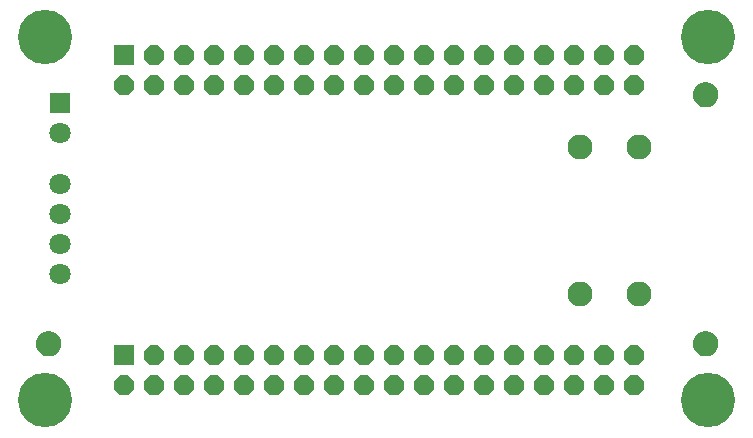
<source format=gbr>
G04 EAGLE Gerber RS-274X export*
G75*
%MOMM*%
%FSLAX34Y34*%
%LPD*%
%INSoldermask Bottom*%
%IPPOS*%
%AMOC8*
5,1,8,0,0,1.08239X$1,22.5*%
G01*
%ADD10R,1.676400X1.676400*%
%ADD11P,1.814519X8X22.500000*%
%ADD12C,2.112400*%
%ADD13C,1.803400*%
%ADD14C,4.597400*%
%ADD15C,0.609600*%
%ADD16C,1.168400*%
%ADD17R,1.803400X1.803400*%


D10*
X102280Y327920D03*
D11*
X102280Y302520D03*
X127680Y327920D03*
X127680Y302520D03*
X153080Y327920D03*
X153080Y302520D03*
X178480Y327920D03*
X178480Y302520D03*
X203880Y327920D03*
X203880Y302520D03*
X229280Y327920D03*
X229280Y302520D03*
X254680Y327920D03*
X254680Y302520D03*
X280080Y327920D03*
X280080Y302520D03*
X305480Y327920D03*
X305480Y302520D03*
X330880Y327920D03*
X330880Y302520D03*
X356280Y327920D03*
X356280Y302520D03*
X381680Y327920D03*
X381680Y302520D03*
X407080Y327920D03*
X407080Y302520D03*
X432480Y327920D03*
X432480Y302520D03*
X457880Y327920D03*
X457880Y302520D03*
X483280Y327920D03*
X483280Y302520D03*
X508680Y327920D03*
X508680Y302520D03*
X534080Y327920D03*
X534080Y302520D03*
D10*
X102280Y73920D03*
D11*
X102280Y48520D03*
X127680Y73920D03*
X127680Y48520D03*
X153080Y73920D03*
X153080Y48520D03*
X178480Y73920D03*
X178480Y48520D03*
X203880Y73920D03*
X203880Y48520D03*
X229280Y73920D03*
X229280Y48520D03*
X254680Y73920D03*
X254680Y48520D03*
X280080Y73920D03*
X280080Y48520D03*
X305480Y73920D03*
X305480Y48520D03*
X330880Y73920D03*
X330880Y48520D03*
X356280Y73920D03*
X356280Y48520D03*
X381680Y73920D03*
X381680Y48520D03*
X407080Y73920D03*
X407080Y48520D03*
X432480Y73920D03*
X432480Y48520D03*
X457880Y73920D03*
X457880Y48520D03*
X483280Y73920D03*
X483280Y48520D03*
X508680Y73920D03*
X508680Y48520D03*
X534080Y73920D03*
X534080Y48520D03*
D12*
X538080Y125460D03*
X488080Y125460D03*
X488080Y250460D03*
X538080Y250460D03*
D13*
X48260Y218440D03*
X48260Y193040D03*
X48260Y167640D03*
X48260Y142240D03*
D14*
X35560Y342900D03*
X35560Y35560D03*
X596900Y35560D03*
X596900Y342900D03*
D15*
X586740Y294640D02*
X586742Y294827D01*
X586749Y295014D01*
X586761Y295201D01*
X586777Y295387D01*
X586797Y295573D01*
X586822Y295758D01*
X586852Y295943D01*
X586886Y296127D01*
X586925Y296310D01*
X586968Y296492D01*
X587016Y296672D01*
X587068Y296852D01*
X587125Y297030D01*
X587185Y297207D01*
X587251Y297382D01*
X587320Y297556D01*
X587394Y297728D01*
X587472Y297898D01*
X587554Y298066D01*
X587640Y298232D01*
X587730Y298396D01*
X587824Y298557D01*
X587922Y298717D01*
X588024Y298873D01*
X588130Y299028D01*
X588240Y299179D01*
X588353Y299328D01*
X588470Y299474D01*
X588590Y299617D01*
X588714Y299757D01*
X588841Y299894D01*
X588972Y300028D01*
X589106Y300159D01*
X589243Y300286D01*
X589383Y300410D01*
X589526Y300530D01*
X589672Y300647D01*
X589821Y300760D01*
X589972Y300870D01*
X590127Y300976D01*
X590283Y301078D01*
X590443Y301176D01*
X590604Y301270D01*
X590768Y301360D01*
X590934Y301446D01*
X591102Y301528D01*
X591272Y301606D01*
X591444Y301680D01*
X591618Y301749D01*
X591793Y301815D01*
X591970Y301875D01*
X592148Y301932D01*
X592328Y301984D01*
X592508Y302032D01*
X592690Y302075D01*
X592873Y302114D01*
X593057Y302148D01*
X593242Y302178D01*
X593427Y302203D01*
X593613Y302223D01*
X593799Y302239D01*
X593986Y302251D01*
X594173Y302258D01*
X594360Y302260D01*
X594547Y302258D01*
X594734Y302251D01*
X594921Y302239D01*
X595107Y302223D01*
X595293Y302203D01*
X595478Y302178D01*
X595663Y302148D01*
X595847Y302114D01*
X596030Y302075D01*
X596212Y302032D01*
X596392Y301984D01*
X596572Y301932D01*
X596750Y301875D01*
X596927Y301815D01*
X597102Y301749D01*
X597276Y301680D01*
X597448Y301606D01*
X597618Y301528D01*
X597786Y301446D01*
X597952Y301360D01*
X598116Y301270D01*
X598277Y301176D01*
X598437Y301078D01*
X598593Y300976D01*
X598748Y300870D01*
X598899Y300760D01*
X599048Y300647D01*
X599194Y300530D01*
X599337Y300410D01*
X599477Y300286D01*
X599614Y300159D01*
X599748Y300028D01*
X599879Y299894D01*
X600006Y299757D01*
X600130Y299617D01*
X600250Y299474D01*
X600367Y299328D01*
X600480Y299179D01*
X600590Y299028D01*
X600696Y298873D01*
X600798Y298717D01*
X600896Y298557D01*
X600990Y298396D01*
X601080Y298232D01*
X601166Y298066D01*
X601248Y297898D01*
X601326Y297728D01*
X601400Y297556D01*
X601469Y297382D01*
X601535Y297207D01*
X601595Y297030D01*
X601652Y296852D01*
X601704Y296672D01*
X601752Y296492D01*
X601795Y296310D01*
X601834Y296127D01*
X601868Y295943D01*
X601898Y295758D01*
X601923Y295573D01*
X601943Y295387D01*
X601959Y295201D01*
X601971Y295014D01*
X601978Y294827D01*
X601980Y294640D01*
X601978Y294453D01*
X601971Y294266D01*
X601959Y294079D01*
X601943Y293893D01*
X601923Y293707D01*
X601898Y293522D01*
X601868Y293337D01*
X601834Y293153D01*
X601795Y292970D01*
X601752Y292788D01*
X601704Y292608D01*
X601652Y292428D01*
X601595Y292250D01*
X601535Y292073D01*
X601469Y291898D01*
X601400Y291724D01*
X601326Y291552D01*
X601248Y291382D01*
X601166Y291214D01*
X601080Y291048D01*
X600990Y290884D01*
X600896Y290723D01*
X600798Y290563D01*
X600696Y290407D01*
X600590Y290252D01*
X600480Y290101D01*
X600367Y289952D01*
X600250Y289806D01*
X600130Y289663D01*
X600006Y289523D01*
X599879Y289386D01*
X599748Y289252D01*
X599614Y289121D01*
X599477Y288994D01*
X599337Y288870D01*
X599194Y288750D01*
X599048Y288633D01*
X598899Y288520D01*
X598748Y288410D01*
X598593Y288304D01*
X598437Y288202D01*
X598277Y288104D01*
X598116Y288010D01*
X597952Y287920D01*
X597786Y287834D01*
X597618Y287752D01*
X597448Y287674D01*
X597276Y287600D01*
X597102Y287531D01*
X596927Y287465D01*
X596750Y287405D01*
X596572Y287348D01*
X596392Y287296D01*
X596212Y287248D01*
X596030Y287205D01*
X595847Y287166D01*
X595663Y287132D01*
X595478Y287102D01*
X595293Y287077D01*
X595107Y287057D01*
X594921Y287041D01*
X594734Y287029D01*
X594547Y287022D01*
X594360Y287020D01*
X594173Y287022D01*
X593986Y287029D01*
X593799Y287041D01*
X593613Y287057D01*
X593427Y287077D01*
X593242Y287102D01*
X593057Y287132D01*
X592873Y287166D01*
X592690Y287205D01*
X592508Y287248D01*
X592328Y287296D01*
X592148Y287348D01*
X591970Y287405D01*
X591793Y287465D01*
X591618Y287531D01*
X591444Y287600D01*
X591272Y287674D01*
X591102Y287752D01*
X590934Y287834D01*
X590768Y287920D01*
X590604Y288010D01*
X590443Y288104D01*
X590283Y288202D01*
X590127Y288304D01*
X589972Y288410D01*
X589821Y288520D01*
X589672Y288633D01*
X589526Y288750D01*
X589383Y288870D01*
X589243Y288994D01*
X589106Y289121D01*
X588972Y289252D01*
X588841Y289386D01*
X588714Y289523D01*
X588590Y289663D01*
X588470Y289806D01*
X588353Y289952D01*
X588240Y290101D01*
X588130Y290252D01*
X588024Y290407D01*
X587922Y290563D01*
X587824Y290723D01*
X587730Y290884D01*
X587640Y291048D01*
X587554Y291214D01*
X587472Y291382D01*
X587394Y291552D01*
X587320Y291724D01*
X587251Y291898D01*
X587185Y292073D01*
X587125Y292250D01*
X587068Y292428D01*
X587016Y292608D01*
X586968Y292788D01*
X586925Y292970D01*
X586886Y293153D01*
X586852Y293337D01*
X586822Y293522D01*
X586797Y293707D01*
X586777Y293893D01*
X586761Y294079D01*
X586749Y294266D01*
X586742Y294453D01*
X586740Y294640D01*
D16*
X594360Y294640D03*
D15*
X586740Y83820D02*
X586742Y84007D01*
X586749Y84194D01*
X586761Y84381D01*
X586777Y84567D01*
X586797Y84753D01*
X586822Y84938D01*
X586852Y85123D01*
X586886Y85307D01*
X586925Y85490D01*
X586968Y85672D01*
X587016Y85852D01*
X587068Y86032D01*
X587125Y86210D01*
X587185Y86387D01*
X587251Y86562D01*
X587320Y86736D01*
X587394Y86908D01*
X587472Y87078D01*
X587554Y87246D01*
X587640Y87412D01*
X587730Y87576D01*
X587824Y87737D01*
X587922Y87897D01*
X588024Y88053D01*
X588130Y88208D01*
X588240Y88359D01*
X588353Y88508D01*
X588470Y88654D01*
X588590Y88797D01*
X588714Y88937D01*
X588841Y89074D01*
X588972Y89208D01*
X589106Y89339D01*
X589243Y89466D01*
X589383Y89590D01*
X589526Y89710D01*
X589672Y89827D01*
X589821Y89940D01*
X589972Y90050D01*
X590127Y90156D01*
X590283Y90258D01*
X590443Y90356D01*
X590604Y90450D01*
X590768Y90540D01*
X590934Y90626D01*
X591102Y90708D01*
X591272Y90786D01*
X591444Y90860D01*
X591618Y90929D01*
X591793Y90995D01*
X591970Y91055D01*
X592148Y91112D01*
X592328Y91164D01*
X592508Y91212D01*
X592690Y91255D01*
X592873Y91294D01*
X593057Y91328D01*
X593242Y91358D01*
X593427Y91383D01*
X593613Y91403D01*
X593799Y91419D01*
X593986Y91431D01*
X594173Y91438D01*
X594360Y91440D01*
X594547Y91438D01*
X594734Y91431D01*
X594921Y91419D01*
X595107Y91403D01*
X595293Y91383D01*
X595478Y91358D01*
X595663Y91328D01*
X595847Y91294D01*
X596030Y91255D01*
X596212Y91212D01*
X596392Y91164D01*
X596572Y91112D01*
X596750Y91055D01*
X596927Y90995D01*
X597102Y90929D01*
X597276Y90860D01*
X597448Y90786D01*
X597618Y90708D01*
X597786Y90626D01*
X597952Y90540D01*
X598116Y90450D01*
X598277Y90356D01*
X598437Y90258D01*
X598593Y90156D01*
X598748Y90050D01*
X598899Y89940D01*
X599048Y89827D01*
X599194Y89710D01*
X599337Y89590D01*
X599477Y89466D01*
X599614Y89339D01*
X599748Y89208D01*
X599879Y89074D01*
X600006Y88937D01*
X600130Y88797D01*
X600250Y88654D01*
X600367Y88508D01*
X600480Y88359D01*
X600590Y88208D01*
X600696Y88053D01*
X600798Y87897D01*
X600896Y87737D01*
X600990Y87576D01*
X601080Y87412D01*
X601166Y87246D01*
X601248Y87078D01*
X601326Y86908D01*
X601400Y86736D01*
X601469Y86562D01*
X601535Y86387D01*
X601595Y86210D01*
X601652Y86032D01*
X601704Y85852D01*
X601752Y85672D01*
X601795Y85490D01*
X601834Y85307D01*
X601868Y85123D01*
X601898Y84938D01*
X601923Y84753D01*
X601943Y84567D01*
X601959Y84381D01*
X601971Y84194D01*
X601978Y84007D01*
X601980Y83820D01*
X601978Y83633D01*
X601971Y83446D01*
X601959Y83259D01*
X601943Y83073D01*
X601923Y82887D01*
X601898Y82702D01*
X601868Y82517D01*
X601834Y82333D01*
X601795Y82150D01*
X601752Y81968D01*
X601704Y81788D01*
X601652Y81608D01*
X601595Y81430D01*
X601535Y81253D01*
X601469Y81078D01*
X601400Y80904D01*
X601326Y80732D01*
X601248Y80562D01*
X601166Y80394D01*
X601080Y80228D01*
X600990Y80064D01*
X600896Y79903D01*
X600798Y79743D01*
X600696Y79587D01*
X600590Y79432D01*
X600480Y79281D01*
X600367Y79132D01*
X600250Y78986D01*
X600130Y78843D01*
X600006Y78703D01*
X599879Y78566D01*
X599748Y78432D01*
X599614Y78301D01*
X599477Y78174D01*
X599337Y78050D01*
X599194Y77930D01*
X599048Y77813D01*
X598899Y77700D01*
X598748Y77590D01*
X598593Y77484D01*
X598437Y77382D01*
X598277Y77284D01*
X598116Y77190D01*
X597952Y77100D01*
X597786Y77014D01*
X597618Y76932D01*
X597448Y76854D01*
X597276Y76780D01*
X597102Y76711D01*
X596927Y76645D01*
X596750Y76585D01*
X596572Y76528D01*
X596392Y76476D01*
X596212Y76428D01*
X596030Y76385D01*
X595847Y76346D01*
X595663Y76312D01*
X595478Y76282D01*
X595293Y76257D01*
X595107Y76237D01*
X594921Y76221D01*
X594734Y76209D01*
X594547Y76202D01*
X594360Y76200D01*
X594173Y76202D01*
X593986Y76209D01*
X593799Y76221D01*
X593613Y76237D01*
X593427Y76257D01*
X593242Y76282D01*
X593057Y76312D01*
X592873Y76346D01*
X592690Y76385D01*
X592508Y76428D01*
X592328Y76476D01*
X592148Y76528D01*
X591970Y76585D01*
X591793Y76645D01*
X591618Y76711D01*
X591444Y76780D01*
X591272Y76854D01*
X591102Y76932D01*
X590934Y77014D01*
X590768Y77100D01*
X590604Y77190D01*
X590443Y77284D01*
X590283Y77382D01*
X590127Y77484D01*
X589972Y77590D01*
X589821Y77700D01*
X589672Y77813D01*
X589526Y77930D01*
X589383Y78050D01*
X589243Y78174D01*
X589106Y78301D01*
X588972Y78432D01*
X588841Y78566D01*
X588714Y78703D01*
X588590Y78843D01*
X588470Y78986D01*
X588353Y79132D01*
X588240Y79281D01*
X588130Y79432D01*
X588024Y79587D01*
X587922Y79743D01*
X587824Y79903D01*
X587730Y80064D01*
X587640Y80228D01*
X587554Y80394D01*
X587472Y80562D01*
X587394Y80732D01*
X587320Y80904D01*
X587251Y81078D01*
X587185Y81253D01*
X587125Y81430D01*
X587068Y81608D01*
X587016Y81788D01*
X586968Y81968D01*
X586925Y82150D01*
X586886Y82333D01*
X586852Y82517D01*
X586822Y82702D01*
X586797Y82887D01*
X586777Y83073D01*
X586761Y83259D01*
X586749Y83446D01*
X586742Y83633D01*
X586740Y83820D01*
D16*
X594360Y83820D03*
D15*
X30480Y83820D02*
X30482Y84007D01*
X30489Y84194D01*
X30501Y84381D01*
X30517Y84567D01*
X30537Y84753D01*
X30562Y84938D01*
X30592Y85123D01*
X30626Y85307D01*
X30665Y85490D01*
X30708Y85672D01*
X30756Y85852D01*
X30808Y86032D01*
X30865Y86210D01*
X30925Y86387D01*
X30991Y86562D01*
X31060Y86736D01*
X31134Y86908D01*
X31212Y87078D01*
X31294Y87246D01*
X31380Y87412D01*
X31470Y87576D01*
X31564Y87737D01*
X31662Y87897D01*
X31764Y88053D01*
X31870Y88208D01*
X31980Y88359D01*
X32093Y88508D01*
X32210Y88654D01*
X32330Y88797D01*
X32454Y88937D01*
X32581Y89074D01*
X32712Y89208D01*
X32846Y89339D01*
X32983Y89466D01*
X33123Y89590D01*
X33266Y89710D01*
X33412Y89827D01*
X33561Y89940D01*
X33712Y90050D01*
X33867Y90156D01*
X34023Y90258D01*
X34183Y90356D01*
X34344Y90450D01*
X34508Y90540D01*
X34674Y90626D01*
X34842Y90708D01*
X35012Y90786D01*
X35184Y90860D01*
X35358Y90929D01*
X35533Y90995D01*
X35710Y91055D01*
X35888Y91112D01*
X36068Y91164D01*
X36248Y91212D01*
X36430Y91255D01*
X36613Y91294D01*
X36797Y91328D01*
X36982Y91358D01*
X37167Y91383D01*
X37353Y91403D01*
X37539Y91419D01*
X37726Y91431D01*
X37913Y91438D01*
X38100Y91440D01*
X38287Y91438D01*
X38474Y91431D01*
X38661Y91419D01*
X38847Y91403D01*
X39033Y91383D01*
X39218Y91358D01*
X39403Y91328D01*
X39587Y91294D01*
X39770Y91255D01*
X39952Y91212D01*
X40132Y91164D01*
X40312Y91112D01*
X40490Y91055D01*
X40667Y90995D01*
X40842Y90929D01*
X41016Y90860D01*
X41188Y90786D01*
X41358Y90708D01*
X41526Y90626D01*
X41692Y90540D01*
X41856Y90450D01*
X42017Y90356D01*
X42177Y90258D01*
X42333Y90156D01*
X42488Y90050D01*
X42639Y89940D01*
X42788Y89827D01*
X42934Y89710D01*
X43077Y89590D01*
X43217Y89466D01*
X43354Y89339D01*
X43488Y89208D01*
X43619Y89074D01*
X43746Y88937D01*
X43870Y88797D01*
X43990Y88654D01*
X44107Y88508D01*
X44220Y88359D01*
X44330Y88208D01*
X44436Y88053D01*
X44538Y87897D01*
X44636Y87737D01*
X44730Y87576D01*
X44820Y87412D01*
X44906Y87246D01*
X44988Y87078D01*
X45066Y86908D01*
X45140Y86736D01*
X45209Y86562D01*
X45275Y86387D01*
X45335Y86210D01*
X45392Y86032D01*
X45444Y85852D01*
X45492Y85672D01*
X45535Y85490D01*
X45574Y85307D01*
X45608Y85123D01*
X45638Y84938D01*
X45663Y84753D01*
X45683Y84567D01*
X45699Y84381D01*
X45711Y84194D01*
X45718Y84007D01*
X45720Y83820D01*
X45718Y83633D01*
X45711Y83446D01*
X45699Y83259D01*
X45683Y83073D01*
X45663Y82887D01*
X45638Y82702D01*
X45608Y82517D01*
X45574Y82333D01*
X45535Y82150D01*
X45492Y81968D01*
X45444Y81788D01*
X45392Y81608D01*
X45335Y81430D01*
X45275Y81253D01*
X45209Y81078D01*
X45140Y80904D01*
X45066Y80732D01*
X44988Y80562D01*
X44906Y80394D01*
X44820Y80228D01*
X44730Y80064D01*
X44636Y79903D01*
X44538Y79743D01*
X44436Y79587D01*
X44330Y79432D01*
X44220Y79281D01*
X44107Y79132D01*
X43990Y78986D01*
X43870Y78843D01*
X43746Y78703D01*
X43619Y78566D01*
X43488Y78432D01*
X43354Y78301D01*
X43217Y78174D01*
X43077Y78050D01*
X42934Y77930D01*
X42788Y77813D01*
X42639Y77700D01*
X42488Y77590D01*
X42333Y77484D01*
X42177Y77382D01*
X42017Y77284D01*
X41856Y77190D01*
X41692Y77100D01*
X41526Y77014D01*
X41358Y76932D01*
X41188Y76854D01*
X41016Y76780D01*
X40842Y76711D01*
X40667Y76645D01*
X40490Y76585D01*
X40312Y76528D01*
X40132Y76476D01*
X39952Y76428D01*
X39770Y76385D01*
X39587Y76346D01*
X39403Y76312D01*
X39218Y76282D01*
X39033Y76257D01*
X38847Y76237D01*
X38661Y76221D01*
X38474Y76209D01*
X38287Y76202D01*
X38100Y76200D01*
X37913Y76202D01*
X37726Y76209D01*
X37539Y76221D01*
X37353Y76237D01*
X37167Y76257D01*
X36982Y76282D01*
X36797Y76312D01*
X36613Y76346D01*
X36430Y76385D01*
X36248Y76428D01*
X36068Y76476D01*
X35888Y76528D01*
X35710Y76585D01*
X35533Y76645D01*
X35358Y76711D01*
X35184Y76780D01*
X35012Y76854D01*
X34842Y76932D01*
X34674Y77014D01*
X34508Y77100D01*
X34344Y77190D01*
X34183Y77284D01*
X34023Y77382D01*
X33867Y77484D01*
X33712Y77590D01*
X33561Y77700D01*
X33412Y77813D01*
X33266Y77930D01*
X33123Y78050D01*
X32983Y78174D01*
X32846Y78301D01*
X32712Y78432D01*
X32581Y78566D01*
X32454Y78703D01*
X32330Y78843D01*
X32210Y78986D01*
X32093Y79132D01*
X31980Y79281D01*
X31870Y79432D01*
X31764Y79587D01*
X31662Y79743D01*
X31564Y79903D01*
X31470Y80064D01*
X31380Y80228D01*
X31294Y80394D01*
X31212Y80562D01*
X31134Y80732D01*
X31060Y80904D01*
X30991Y81078D01*
X30925Y81253D01*
X30865Y81430D01*
X30808Y81608D01*
X30756Y81788D01*
X30708Y81968D01*
X30665Y82150D01*
X30626Y82333D01*
X30592Y82517D01*
X30562Y82702D01*
X30537Y82887D01*
X30517Y83073D01*
X30501Y83259D01*
X30489Y83446D01*
X30482Y83633D01*
X30480Y83820D01*
D16*
X38100Y83820D03*
D17*
X48260Y287020D03*
D13*
X48260Y261620D03*
M02*

</source>
